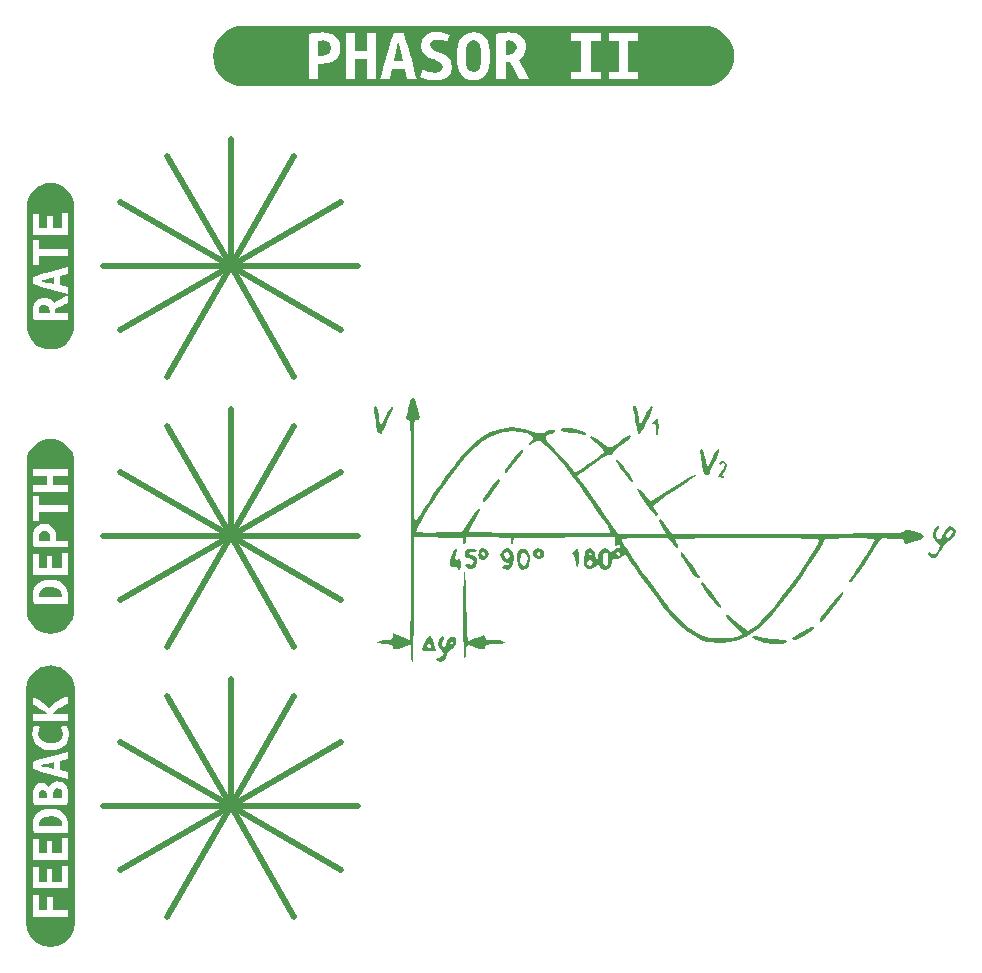
<source format=gto>
G04 #@! TF.GenerationSoftware,KiCad,Pcbnew,6.0.5+dfsg-1~bpo11+1*
G04 #@! TF.CreationDate,2022-10-16T01:22:10+00:00*
G04 #@! TF.ProjectId,phasor_II_front_panel,70686173-6f72-45f4-9949-5f66726f6e74,0*
G04 #@! TF.SameCoordinates,Original*
G04 #@! TF.FileFunction,Legend,Top*
G04 #@! TF.FilePolarity,Positive*
%FSLAX46Y46*%
G04 Gerber Fmt 4.6, Leading zero omitted, Abs format (unit mm)*
G04 Created by KiCad (PCBNEW 6.0.5+dfsg-1~bpo11+1) date 2022-10-16 01:22:10*
%MOMM*%
%LPD*%
G01*
G04 APERTURE LIST*
%ADD10C,0.500000*%
%ADD11C,0.800000*%
%ADD12C,6.400000*%
G04 APERTURE END LIST*
D10*
X129540000Y-99060000D02*
X134937500Y-89711256D01*
X129540000Y-99060000D02*
X124142500Y-89711256D01*
X129540000Y-99060000D02*
X138888744Y-104457500D01*
X129540000Y-76200000D02*
X124142500Y-66851256D01*
X129540000Y-76200000D02*
X120191256Y-70802500D01*
X129540000Y-99060000D02*
X120191256Y-93662500D01*
X129540000Y-99060000D02*
X134937500Y-108408744D01*
X129540000Y-99060000D02*
X118745000Y-99060000D01*
X129540000Y-76200000D02*
X129540000Y-65405000D01*
X129540000Y-99060000D02*
X140335000Y-99060000D01*
X129540000Y-76200000D02*
X118745000Y-76200000D01*
X129540000Y-99060000D02*
X138888744Y-93662500D01*
X129540000Y-121920000D02*
X118745000Y-121920000D01*
X129540000Y-76200000D02*
X134937500Y-66851256D01*
X129540000Y-76200000D02*
X124142500Y-85548744D01*
X129540000Y-99060000D02*
X124142500Y-108408744D01*
X129540000Y-121920000D02*
X120191256Y-127317500D01*
X129540000Y-121920000D02*
X124142500Y-131268744D01*
X129540000Y-76200000D02*
X134937500Y-85548744D01*
X129540000Y-121920000D02*
X124142500Y-112571256D01*
X129540000Y-121920000D02*
X120191256Y-116522500D01*
X129540000Y-76200000D02*
X140335000Y-76200000D01*
X129540000Y-99060000D02*
X120191256Y-104457500D01*
X129540000Y-121920000D02*
X140335000Y-121920000D01*
X129540000Y-76200000D02*
X138888744Y-81597500D01*
X129540000Y-99060000D02*
X129540000Y-88265000D01*
X129540000Y-121920000D02*
X129540000Y-111125000D01*
X129540000Y-121920000D02*
X138888744Y-127317500D01*
X129540000Y-76200000D02*
X138888744Y-70802500D01*
X129540000Y-121920000D02*
X134937500Y-112571256D01*
X129540000Y-121920000D02*
X138888744Y-116522500D01*
X129540000Y-76200000D02*
X120191256Y-81597500D01*
X129540000Y-121920000D02*
X134937500Y-131268744D01*
G36*
X112316516Y-92435449D02*
G01*
X112431599Y-92056071D01*
X112618484Y-91706435D01*
X112869988Y-91399976D01*
X113176447Y-91148472D01*
X113526083Y-90961588D01*
X113905461Y-90846505D01*
X114300000Y-90807646D01*
X114694539Y-90846505D01*
X115073917Y-90961588D01*
X115423553Y-91148472D01*
X115730012Y-91399976D01*
X115981516Y-91706435D01*
X116168401Y-92056071D01*
X116283484Y-92435449D01*
X116322343Y-92829988D01*
X116322343Y-105290011D01*
X116283484Y-105684551D01*
X116168401Y-106063928D01*
X115981517Y-106413565D01*
X115730012Y-106720023D01*
X115423553Y-106971528D01*
X115073917Y-107158412D01*
X114694539Y-107273495D01*
X114300000Y-107312354D01*
X113905461Y-107273495D01*
X113526083Y-107158412D01*
X113176447Y-106971528D01*
X112869988Y-106720023D01*
X112618483Y-106413565D01*
X112431599Y-106063928D01*
X112316516Y-105684551D01*
X112277657Y-105290011D01*
X112277657Y-104072531D01*
X112790287Y-104072531D01*
X112804575Y-104401143D01*
X112861725Y-104777381D01*
X115738275Y-104777381D01*
X115793044Y-104455912D01*
X115809713Y-104148731D01*
X115788877Y-103861195D01*
X115726369Y-103598662D01*
X115618617Y-103365895D01*
X115462050Y-103167656D01*
X115254286Y-103006326D01*
X114992944Y-102884287D01*
X114674452Y-102807492D01*
X114295237Y-102781893D01*
X113924358Y-102805111D01*
X113611819Y-102874762D01*
X113353453Y-102986086D01*
X113145094Y-103134318D01*
X112986145Y-103319461D01*
X112876012Y-103541512D01*
X112811719Y-103794520D01*
X112790287Y-104072531D01*
X112277657Y-104072531D01*
X112277657Y-102353268D01*
X112823625Y-102353268D01*
X115771613Y-102353268D01*
X115771613Y-100462556D01*
X115285838Y-100462556D01*
X115285838Y-101767481D01*
X114457163Y-101767481D01*
X114457163Y-100724493D01*
X113971387Y-100724493D01*
X113971387Y-101767481D01*
X113309400Y-101767481D01*
X113309400Y-100567331D01*
X112823625Y-100567331D01*
X112823625Y-102353268D01*
X112277657Y-102353268D01*
X112277657Y-99205256D01*
X112790287Y-99205256D01*
X112795050Y-99390993D01*
X112806956Y-99605306D01*
X112828387Y-99822000D01*
X112861725Y-100014881D01*
X115771613Y-100014881D01*
X115771613Y-99429093D01*
X114776250Y-99429093D01*
X114776250Y-99219543D01*
X114750056Y-98867383D01*
X114671475Y-98572902D01*
X114540506Y-98336100D01*
X114350800Y-98162798D01*
X114096006Y-98058816D01*
X113776125Y-98024156D01*
X113459419Y-98058552D01*
X113207800Y-98161739D01*
X113021269Y-98333718D01*
X112892946Y-98568139D01*
X112815952Y-98858652D01*
X112790287Y-99205256D01*
X112277657Y-99205256D01*
X112277657Y-97771743D01*
X112823625Y-97771743D01*
X113309400Y-97771743D01*
X113309400Y-96995456D01*
X115771613Y-96995456D01*
X115771613Y-96404906D01*
X113309400Y-96404906D01*
X113309400Y-95628618D01*
X112823625Y-95628618D01*
X112823625Y-97771743D01*
X112277657Y-97771743D01*
X112277657Y-93342618D01*
X112823625Y-93342618D01*
X112823625Y-93928406D01*
X113985675Y-93928406D01*
X113985675Y-94709456D01*
X112823625Y-94709456D01*
X112823625Y-95295243D01*
X115771613Y-95295243D01*
X115771613Y-94709456D01*
X114471450Y-94709456D01*
X114471450Y-93928406D01*
X115771613Y-93928406D01*
X115771613Y-93342618D01*
X112823625Y-93342618D01*
X112277657Y-93342618D01*
X112277657Y-92829988D01*
X112316516Y-92435449D01*
G37*
G36*
X114505383Y-103386136D02*
G01*
X114697669Y-103412925D01*
X115014375Y-103531987D01*
X115223925Y-103751062D01*
X115300125Y-104086818D01*
X115300125Y-104139206D01*
X115295363Y-104191593D01*
X113314162Y-104191593D01*
X113302256Y-104105868D01*
X113299875Y-104020143D01*
X113383219Y-103701056D01*
X113604675Y-103505793D01*
X113923762Y-103405781D01*
X114295237Y-103377206D01*
X114505383Y-103386136D01*
G37*
G36*
X114002939Y-98659950D02*
G01*
X114154744Y-98767106D01*
X114238683Y-98944509D01*
X114266662Y-99190968D01*
X114266662Y-99429093D01*
X113314162Y-99429093D01*
X113302256Y-99283837D01*
X113299875Y-99138581D01*
X113326664Y-98928436D01*
X113407031Y-98764725D01*
X113551692Y-98659354D01*
X113771362Y-98624231D01*
X114002939Y-98659950D01*
G37*
G36*
X114623850Y-77719237D02*
G01*
X114319050Y-77659706D01*
X114026156Y-77593031D01*
X113730881Y-77516831D01*
X113414175Y-77428725D01*
X113730881Y-77340618D01*
X114026156Y-77264418D01*
X114319050Y-77200125D01*
X114623850Y-77142975D01*
X114623850Y-77719237D01*
G37*
G36*
X114102356Y-79590900D02*
G01*
X114189867Y-79765922D01*
X114219037Y-80024287D01*
X114219037Y-80152875D01*
X113333212Y-80152875D01*
X113321306Y-80057625D01*
X113318925Y-79976662D01*
X113346309Y-79765922D01*
X113428462Y-79600425D01*
X113568956Y-79493268D01*
X113771362Y-79457550D01*
X114102356Y-79590900D01*
G37*
G36*
X112335200Y-70757884D02*
G01*
X112449199Y-70382080D01*
X112634323Y-70035737D01*
X112883458Y-69732166D01*
X113187030Y-69483030D01*
X113533373Y-69297906D01*
X113909177Y-69183908D01*
X114300000Y-69145415D01*
X114690823Y-69183908D01*
X115066627Y-69297906D01*
X115412970Y-69483030D01*
X115716542Y-69732166D01*
X115965677Y-70035737D01*
X116150801Y-70382080D01*
X116264800Y-70757884D01*
X116303293Y-71148707D01*
X116303293Y-81251292D01*
X116264800Y-81642115D01*
X116150801Y-82017919D01*
X115965677Y-82364262D01*
X115716542Y-82667834D01*
X115412970Y-82916969D01*
X115066627Y-83102094D01*
X114690823Y-83216092D01*
X114300000Y-83254585D01*
X113909177Y-83216092D01*
X113533373Y-83102094D01*
X113187030Y-82916969D01*
X112883458Y-82667834D01*
X112634323Y-82364262D01*
X112449199Y-82017919D01*
X112335200Y-81642115D01*
X112296707Y-81251292D01*
X112296707Y-79976662D01*
X112809337Y-79976662D01*
X112814100Y-80143350D01*
X112826006Y-80343375D01*
X112849819Y-80550543D01*
X112885537Y-80738662D01*
X115790663Y-80738662D01*
X115790663Y-80152875D01*
X114704813Y-80152875D01*
X114704813Y-79848075D01*
X114974489Y-79686745D01*
X115240594Y-79536131D01*
X115510270Y-79399804D01*
X115790663Y-79281337D01*
X115790663Y-78666975D01*
X115478719Y-78802706D01*
X115150106Y-78967012D01*
X114835781Y-79143225D01*
X114561938Y-79314675D01*
X114427397Y-79106315D01*
X114242850Y-78967012D01*
X114021394Y-78888431D01*
X113776125Y-78862237D01*
X113544548Y-78881882D01*
X113345119Y-78940818D01*
X113042700Y-79167037D01*
X112939116Y-79328962D01*
X112866487Y-79519462D01*
X112823625Y-79736156D01*
X112809337Y-79976662D01*
X112296707Y-79976662D01*
X112296707Y-77095350D01*
X112842675Y-77095350D01*
X112842675Y-77733525D01*
X113168757Y-77834430D01*
X113504067Y-77937122D01*
X113848604Y-78041599D01*
X114202369Y-78147862D01*
X114495263Y-78233397D01*
X114800539Y-78318550D01*
X115118198Y-78403323D01*
X115448239Y-78487714D01*
X115790663Y-78571725D01*
X115790663Y-77962125D01*
X115109625Y-77828775D01*
X115109625Y-77042962D01*
X115790663Y-76904850D01*
X115790663Y-76276200D01*
X115456430Y-76354781D01*
X115131914Y-76434315D01*
X114817112Y-76514801D01*
X114512027Y-76596240D01*
X114216656Y-76678631D01*
X113858427Y-76782364D01*
X113510020Y-76886395D01*
X113171436Y-76990723D01*
X112842675Y-77095350D01*
X112296707Y-77095350D01*
X112296707Y-76114275D01*
X112842675Y-76114275D01*
X113328450Y-76114275D01*
X113328450Y-75337987D01*
X115790663Y-75337987D01*
X115790663Y-74747437D01*
X113328450Y-74747437D01*
X113328450Y-73971150D01*
X112842675Y-73971150D01*
X112842675Y-76114275D01*
X112296707Y-76114275D01*
X112296707Y-73552050D01*
X112842675Y-73552050D01*
X115790663Y-73552050D01*
X115790663Y-71661337D01*
X115304887Y-71661337D01*
X115304887Y-72966262D01*
X114476213Y-72966262D01*
X114476213Y-71923275D01*
X113990437Y-71923275D01*
X113990437Y-72966262D01*
X113328450Y-72966262D01*
X113328450Y-71766112D01*
X112842675Y-71766112D01*
X112842675Y-73552050D01*
X112296707Y-73552050D01*
X112296707Y-71148707D01*
X112335200Y-70757884D01*
G37*
G36*
X159458384Y-100933311D02*
G01*
X159535517Y-100547900D01*
X159547827Y-100517126D01*
X159861838Y-100517126D01*
X159899870Y-100632910D01*
X160045279Y-100704139D01*
X160096460Y-100685768D01*
X160145499Y-100562241D01*
X160090351Y-100487736D01*
X159933708Y-100421000D01*
X159861838Y-100517126D01*
X159547827Y-100517126D01*
X159657536Y-100242872D01*
X159757844Y-100127672D01*
X160023445Y-100067845D01*
X160248832Y-100206075D01*
X160388179Y-100507459D01*
X160406052Y-100621383D01*
X160470099Y-100886527D01*
X160563495Y-100983287D01*
X160640735Y-100894928D01*
X160645335Y-100853752D01*
X161031286Y-100853752D01*
X161033506Y-101286812D01*
X161143591Y-101515182D01*
X161330428Y-101548758D01*
X161463506Y-101466238D01*
X161524266Y-101249102D01*
X161534679Y-100986707D01*
X161519335Y-100659663D01*
X161455663Y-100505266D01*
X161359459Y-100476706D01*
X162189804Y-100476706D01*
X162218730Y-100637846D01*
X162253181Y-100677599D01*
X162423718Y-100751817D01*
X162521139Y-100630548D01*
X162525046Y-100580504D01*
X162431781Y-100426034D01*
X162350275Y-100405734D01*
X162189804Y-100476706D01*
X161359459Y-100476706D01*
X161317204Y-100464162D01*
X161301652Y-100463990D01*
X161129290Y-100522814D01*
X161046089Y-100736674D01*
X161031286Y-100853752D01*
X160645335Y-100853752D01*
X160660826Y-100715076D01*
X160749058Y-100423937D01*
X160961205Y-100174964D01*
X161218448Y-100057304D01*
X161243395Y-100056192D01*
X161446091Y-100129023D01*
X161612890Y-100249021D01*
X161790436Y-100377897D01*
X161935147Y-100336979D01*
X162039037Y-100249021D01*
X162255854Y-100098965D01*
X162388578Y-100056192D01*
X162513393Y-99983054D01*
X162485446Y-99835291D01*
X162408532Y-99764908D01*
X162301167Y-99774146D01*
X162292019Y-99816288D01*
X162207440Y-99934937D01*
X162175505Y-99939679D01*
X162098601Y-99837228D01*
X162060037Y-99585200D01*
X162058991Y-99530445D01*
X162058991Y-99358329D01*
X162641560Y-99358329D01*
X162707656Y-99508542D01*
X162892412Y-99816938D01*
X163175532Y-100254635D01*
X163536720Y-100792753D01*
X163955677Y-101402411D01*
X164412108Y-102054728D01*
X164885716Y-102720822D01*
X165356204Y-103371814D01*
X165803276Y-103978822D01*
X166206634Y-104512965D01*
X166545981Y-104945362D01*
X166693905Y-105124541D01*
X167213703Y-105717810D01*
X167690537Y-106224333D01*
X168080182Y-106597433D01*
X168130845Y-106641093D01*
X168537691Y-106939167D01*
X169028794Y-107234207D01*
X169520373Y-107480726D01*
X169928646Y-107633232D01*
X169981927Y-107646148D01*
X170362443Y-107692419D01*
X170859831Y-107705288D01*
X171402097Y-107688526D01*
X171917244Y-107645903D01*
X172333278Y-107581190D01*
X172555758Y-107511345D01*
X172777660Y-107390981D01*
X172878919Y-107328663D01*
X172819472Y-107239178D01*
X172624244Y-107032208D01*
X172330444Y-106746400D01*
X172208964Y-106632812D01*
X171856925Y-106279388D01*
X171608073Y-105974366D01*
X171498730Y-105763174D01*
X171496606Y-105741907D01*
X171532251Y-105665929D01*
X171655005Y-105709136D01*
X171888596Y-105886878D01*
X172256749Y-106214506D01*
X172326386Y-106278769D01*
X172703726Y-106610012D01*
X173036602Y-106869532D01*
X173277453Y-107021814D01*
X173355154Y-107047018D01*
X173617543Y-106951312D01*
X173988334Y-106676176D01*
X174452101Y-106239583D01*
X174993417Y-105659505D01*
X175596854Y-104953915D01*
X176246984Y-104140786D01*
X176928381Y-103238091D01*
X177625617Y-102263803D01*
X178255742Y-101337844D01*
X178714067Y-100639252D01*
X179046474Y-100111950D01*
X179263325Y-99738203D01*
X179374982Y-99500280D01*
X179394447Y-99389147D01*
X179349515Y-99353953D01*
X179219970Y-99324295D01*
X178989097Y-99299750D01*
X178640182Y-99279897D01*
X178156509Y-99264313D01*
X177521365Y-99252577D01*
X176718035Y-99244267D01*
X175729805Y-99238960D01*
X174539959Y-99236234D01*
X173314436Y-99235636D01*
X172149680Y-99236837D01*
X171056522Y-99240049D01*
X170056890Y-99245061D01*
X169172715Y-99251664D01*
X168425924Y-99259649D01*
X167838447Y-99268807D01*
X167432213Y-99278928D01*
X167229149Y-99289803D01*
X167209989Y-99293880D01*
X167224934Y-99417035D01*
X167294451Y-99522652D01*
X167392292Y-99769848D01*
X167396199Y-99962394D01*
X167360333Y-100100352D01*
X167291486Y-100092589D01*
X167156031Y-99917933D01*
X167036252Y-99735779D01*
X166825759Y-99448774D01*
X166642684Y-99264902D01*
X166572438Y-99230172D01*
X166399462Y-99226226D01*
X166044736Y-99223757D01*
X165559529Y-99222721D01*
X164995114Y-99223075D01*
X164402761Y-99224773D01*
X163833742Y-99227773D01*
X163339327Y-99232028D01*
X163253257Y-99233035D01*
X162911446Y-99257492D01*
X162689427Y-99312205D01*
X162641560Y-99358329D01*
X162058991Y-99358329D01*
X162058991Y-99121211D01*
X153497463Y-99182339D01*
X153428139Y-99531880D01*
X153358816Y-99881422D01*
X153310509Y-99531880D01*
X153262202Y-99182339D01*
X151368853Y-99150324D01*
X149475505Y-99118310D01*
X149475505Y-99405604D01*
X149434662Y-99666658D01*
X149344714Y-99757008D01*
X149254527Y-99657599D01*
X149221279Y-99504727D01*
X149184220Y-99182339D01*
X145047982Y-99118705D01*
X145047982Y-104422770D01*
X145045439Y-105825148D01*
X145037871Y-107019690D01*
X145025373Y-108002130D01*
X145008038Y-108768201D01*
X144985960Y-109313636D01*
X144959233Y-109634169D01*
X144931468Y-109726835D01*
X144870583Y-109619829D01*
X144828897Y-109336367D01*
X144814954Y-108969495D01*
X144809289Y-108583753D01*
X144794468Y-108310969D01*
X144774598Y-108212156D01*
X144652744Y-108256871D01*
X144412370Y-108365278D01*
X144395929Y-108373076D01*
X144021043Y-108514898D01*
X143678945Y-108603191D01*
X143417867Y-108629748D01*
X143314109Y-108559593D01*
X143300275Y-108447830D01*
X143270022Y-108322153D01*
X143145060Y-108247999D01*
X142874092Y-108207106D01*
X142572064Y-108188587D01*
X142127598Y-108144049D01*
X141912667Y-108073653D01*
X141927370Y-107992314D01*
X142171810Y-107914948D01*
X142569849Y-107862614D01*
X142955727Y-107817743D01*
X143165933Y-107751532D01*
X143257783Y-107638446D01*
X143278641Y-107546855D01*
X143315263Y-107289353D01*
X143919466Y-107530044D01*
X144281151Y-107674191D01*
X144564462Y-107787220D01*
X144669312Y-107829140D01*
X144696689Y-107797603D01*
X144720631Y-107671167D01*
X144741338Y-107437172D01*
X144759009Y-107082962D01*
X144773842Y-106595878D01*
X144786037Y-105963263D01*
X144795792Y-105172458D01*
X144803308Y-104210805D01*
X144808782Y-103065647D01*
X144812415Y-101724325D01*
X144814404Y-100174182D01*
X144814940Y-98608730D01*
X145281009Y-98608730D01*
X145311656Y-98672347D01*
X145424162Y-98716759D01*
X145649379Y-98744186D01*
X146018157Y-98756846D01*
X146561347Y-98756957D01*
X147220772Y-98748230D01*
X149160534Y-98716284D01*
X149791185Y-97696789D01*
X150138221Y-97158778D01*
X150389583Y-96823977D01*
X150551550Y-96686052D01*
X150630402Y-96738672D01*
X150640642Y-96840156D01*
X150583127Y-97012964D01*
X150431076Y-97320906D01*
X150215236Y-97702632D01*
X150174587Y-97770160D01*
X149951964Y-98150978D01*
X149787209Y-98460193D01*
X149710619Y-98640293D01*
X149708532Y-98654854D01*
X149820613Y-98677065D01*
X150139125Y-98698469D01*
X150637472Y-98718837D01*
X151289059Y-98737938D01*
X152067289Y-98755543D01*
X152945567Y-98771422D01*
X153897298Y-98785345D01*
X154895884Y-98797081D01*
X155914732Y-98806402D01*
X156927244Y-98813078D01*
X157906826Y-98816878D01*
X158826880Y-98817572D01*
X159660813Y-98814931D01*
X160382027Y-98808725D01*
X160963927Y-98798723D01*
X161379917Y-98784697D01*
X161603402Y-98766416D01*
X161632858Y-98757921D01*
X161660766Y-98611610D01*
X161599644Y-98437533D01*
X161478283Y-98240050D01*
X161242945Y-97882576D01*
X160914281Y-97395321D01*
X160512942Y-96808496D01*
X160059579Y-96152312D01*
X159574843Y-95456979D01*
X159122298Y-94813434D01*
X158489123Y-93945344D01*
X157868733Y-93148086D01*
X157280961Y-92443831D01*
X156745641Y-91854752D01*
X156282606Y-91403019D01*
X155911688Y-91110805D01*
X155724814Y-91015379D01*
X155462656Y-91034408D01*
X155184544Y-91182823D01*
X154915845Y-91339271D01*
X154790225Y-91331752D01*
X154831551Y-91181977D01*
X154979714Y-90996501D01*
X155150212Y-90798670D01*
X155165854Y-90682733D01*
X155035066Y-90564327D01*
X155023715Y-90556010D01*
X154623071Y-90366464D01*
X154068740Y-90242571D01*
X153433287Y-90194202D01*
X152789275Y-90231223D01*
X152714348Y-90241952D01*
X152092554Y-90385752D01*
X151492893Y-90631604D01*
X150897471Y-90995542D01*
X150288391Y-91493605D01*
X149647759Y-92141827D01*
X148957680Y-92956245D01*
X148200256Y-93952896D01*
X147548274Y-94871330D01*
X147119218Y-95502785D01*
X146692631Y-96153658D01*
X146288443Y-96791095D01*
X145926584Y-97382247D01*
X145626983Y-97894260D01*
X145409568Y-98294283D01*
X145294270Y-98549464D01*
X145281009Y-98608730D01*
X144814940Y-98608730D01*
X144814954Y-98567568D01*
X144814865Y-96876518D01*
X144814345Y-95403354D01*
X144813015Y-94132935D01*
X144810499Y-93050121D01*
X144806419Y-92139769D01*
X144800395Y-91386740D01*
X144792051Y-90775891D01*
X144781008Y-90292082D01*
X144766889Y-89920172D01*
X144749315Y-89645019D01*
X144727909Y-89451482D01*
X144702292Y-89324421D01*
X144672087Y-89248694D01*
X144636915Y-89209160D01*
X144596399Y-89190678D01*
X144580778Y-89186352D01*
X144423944Y-89109792D01*
X144418143Y-88951739D01*
X144464264Y-88815637D01*
X144553243Y-88508213D01*
X144581927Y-88294947D01*
X144625589Y-88053818D01*
X144733658Y-87723653D01*
X144764667Y-87646373D01*
X144900364Y-87388519D01*
X145023875Y-87319491D01*
X145146842Y-87450192D01*
X145280905Y-87791522D01*
X145411408Y-88252060D01*
X145523498Y-88721095D01*
X145557720Y-89010260D01*
X145508151Y-89161329D01*
X145368870Y-89216073D01*
X145274133Y-89220412D01*
X145215629Y-89227570D01*
X145168191Y-89263768D01*
X145130659Y-89351097D01*
X145101876Y-89511644D01*
X145080682Y-89767499D01*
X145065918Y-90140751D01*
X145056427Y-90653489D01*
X145051048Y-91327801D01*
X145048623Y-92185778D01*
X145047994Y-93249507D01*
X145047982Y-93531422D01*
X145050677Y-94539055D01*
X145058381Y-95455800D01*
X145070525Y-96257829D01*
X145086537Y-96921319D01*
X145105847Y-97422443D01*
X145127885Y-97737376D01*
X145151217Y-97842431D01*
X145253655Y-97748785D01*
X145436942Y-97499249D01*
X145667488Y-97140923D01*
X145753612Y-96997706D01*
X145992868Y-96606741D01*
X146195103Y-96301594D01*
X146326740Y-96132054D01*
X146349459Y-96114143D01*
X146445645Y-95987928D01*
X146446147Y-95977791D01*
X146512910Y-95828022D01*
X146696777Y-95528456D01*
X146973115Y-95114263D01*
X147317290Y-94620612D01*
X147704669Y-94082672D01*
X148110618Y-93535611D01*
X148510503Y-93014600D01*
X148610989Y-92887052D01*
X149404062Y-91949897D01*
X150145932Y-91209891D01*
X150861995Y-90644101D01*
X151526994Y-90254190D01*
X152414353Y-89944532D01*
X153365865Y-89847060D01*
X154347065Y-89962829D01*
X154972992Y-90148688D01*
X155384959Y-90295621D01*
X155653248Y-90364624D01*
X155851802Y-90361090D01*
X156054565Y-90290411D01*
X156171211Y-90236073D01*
X156538219Y-90094664D01*
X156832794Y-90041480D01*
X157004758Y-90080158D01*
X157022198Y-90174369D01*
X156887909Y-90305243D01*
X156633819Y-90423041D01*
X156370926Y-90518736D01*
X156225182Y-90621318D01*
X156206040Y-90761817D01*
X156322951Y-90971265D01*
X156585365Y-91280693D01*
X157002735Y-91721132D01*
X157041375Y-91761169D01*
X157467299Y-92208761D01*
X157868449Y-92641864D01*
X158196994Y-93008160D01*
X158390822Y-93237152D01*
X158742378Y-93679730D01*
X159381189Y-93268939D01*
X159801234Y-92988904D01*
X160213626Y-92698122D01*
X160444637Y-92524830D01*
X160749057Y-92294073D01*
X161007380Y-92111878D01*
X161072635Y-92070392D01*
X161192182Y-91898048D01*
X161092399Y-91657378D01*
X160775601Y-91352000D01*
X160472267Y-91132459D01*
X160186500Y-90925659D01*
X160002089Y-90763333D01*
X159964305Y-90705963D01*
X160040410Y-90608778D01*
X160248952Y-90645513D01*
X160545322Y-90798574D01*
X160884910Y-91050370D01*
X160924457Y-91084633D01*
X161237156Y-91334280D01*
X161504670Y-91503418D01*
X161639616Y-91550688D01*
X161818827Y-91484868D01*
X162120808Y-91311094D01*
X162484714Y-91064894D01*
X162537536Y-91026376D01*
X162892210Y-90774710D01*
X163178285Y-90589043D01*
X163341847Y-90504018D01*
X163353460Y-90502064D01*
X163462552Y-90555957D01*
X163372246Y-90712948D01*
X163088503Y-90966003D01*
X162745388Y-91219485D01*
X162381104Y-91501208D01*
X162091177Y-91773513D01*
X161934480Y-91980636D01*
X161929701Y-91992089D01*
X161784633Y-92194252D01*
X161621974Y-92201180D01*
X161503701Y-92206302D01*
X161309461Y-92285285D01*
X161018534Y-92451109D01*
X160610198Y-92716753D01*
X160063735Y-93095199D01*
X159358423Y-93599426D01*
X159154544Y-93746876D01*
X158871657Y-93951830D01*
X159446868Y-94702864D01*
X159709368Y-95059093D01*
X160063138Y-95558276D01*
X160471951Y-96148315D01*
X160899578Y-96777110D01*
X161164181Y-97172477D01*
X162306281Y-98891055D01*
X164338141Y-98891055D01*
X164996976Y-98887767D01*
X165566675Y-98878646D01*
X166009886Y-98864806D01*
X166289256Y-98847359D01*
X166370000Y-98830482D01*
X166313103Y-98704496D01*
X166168883Y-98454308D01*
X166078716Y-98308486D01*
X165861147Y-97925311D01*
X165795330Y-97698595D01*
X165877181Y-97611541D01*
X165908758Y-97609403D01*
X166030696Y-97701025D01*
X166222315Y-97938446D01*
X166393813Y-98194521D01*
X166631222Y-98522500D01*
X166865191Y-98759578D01*
X167000698Y-98838276D01*
X167152269Y-98846887D01*
X167519164Y-98854359D01*
X168083683Y-98860643D01*
X168828125Y-98865692D01*
X169734791Y-98869458D01*
X170785979Y-98871895D01*
X171963990Y-98872955D01*
X173251123Y-98872590D01*
X174629676Y-98870753D01*
X176081951Y-98867396D01*
X176914496Y-98864855D01*
X178704326Y-98858267D01*
X180273519Y-98850975D01*
X181634464Y-98842751D01*
X182799553Y-98833367D01*
X183781175Y-98822594D01*
X184591719Y-98810204D01*
X185243577Y-98795969D01*
X185749137Y-98779660D01*
X186120790Y-98761049D01*
X186370926Y-98739907D01*
X186511934Y-98716007D01*
X186556206Y-98689119D01*
X186556009Y-98687156D01*
X186625072Y-98568923D01*
X186899643Y-98557063D01*
X187377929Y-98651511D01*
X187651540Y-98726465D01*
X188064019Y-98879779D01*
X188245263Y-99034328D01*
X188194860Y-99192468D01*
X187912398Y-99356554D01*
X187516972Y-99494315D01*
X187050706Y-99627914D01*
X186764457Y-99687773D01*
X186617314Y-99674258D01*
X186568361Y-99587733D01*
X186568955Y-99502752D01*
X186548239Y-99400441D01*
X186437139Y-99334974D01*
X186191851Y-99295307D01*
X185768569Y-99270395D01*
X185626121Y-99265048D01*
X184667105Y-99231244D01*
X184364024Y-99672846D01*
X184189425Y-99932428D01*
X183921056Y-100337666D01*
X183591816Y-100838624D01*
X183234603Y-101385363D01*
X183132822Y-101541743D01*
X182792990Y-102047385D01*
X182485068Y-102474266D01*
X182235833Y-102787555D01*
X182072061Y-102952425D01*
X182035516Y-102969036D01*
X181883672Y-102943835D01*
X181866330Y-102924057D01*
X181925793Y-102812520D01*
X182078832Y-102566425D01*
X182287427Y-102243521D01*
X182513559Y-101901562D01*
X182719206Y-101598300D01*
X182866348Y-101391487D01*
X182910597Y-101337844D01*
X183016680Y-101197023D01*
X183197633Y-100916309D01*
X183420723Y-100551230D01*
X183653214Y-100157315D01*
X183862374Y-99790091D01*
X184015468Y-99505088D01*
X184079762Y-99357832D01*
X184080092Y-99353971D01*
X183967260Y-99312412D01*
X183643270Y-99279230D01*
X183129880Y-99255600D01*
X182448848Y-99242699D01*
X181982844Y-99240596D01*
X181312892Y-99245770D01*
X180731485Y-99260143D01*
X180275387Y-99281991D01*
X179981362Y-99309592D01*
X179885597Y-99338901D01*
X179825809Y-99478824D01*
X179668637Y-99753685D01*
X179447361Y-100105476D01*
X179434344Y-100125368D01*
X179115242Y-100614579D01*
X178762888Y-101158576D01*
X178535054Y-101512614D01*
X177990253Y-102329901D01*
X177376310Y-103195619D01*
X176726798Y-104066541D01*
X176075290Y-104899441D01*
X175455360Y-105651090D01*
X174900580Y-106278262D01*
X174566010Y-106622959D01*
X174171325Y-106951084D01*
X173666226Y-107295500D01*
X173156148Y-107584680D01*
X173127798Y-107598658D01*
X172625168Y-107827128D01*
X172205172Y-107964372D01*
X171757732Y-108038399D01*
X171263578Y-108073027D01*
X170736048Y-108080231D01*
X170234651Y-108056058D01*
X169852726Y-108005641D01*
X169797081Y-107992373D01*
X169374684Y-107826426D01*
X168853761Y-107547078D01*
X168306541Y-107199503D01*
X167805253Y-106828871D01*
X167487995Y-106548272D01*
X167135260Y-106169327D01*
X166686648Y-105643935D01*
X166178546Y-105017505D01*
X165647340Y-104335444D01*
X165129417Y-103643161D01*
X164853331Y-103260321D01*
X164546886Y-102831688D01*
X164288946Y-102476529D01*
X164109783Y-102236174D01*
X164042552Y-102153440D01*
X163951783Y-102034766D01*
X163769236Y-101770933D01*
X163529651Y-101412473D01*
X163455476Y-101299581D01*
X163197260Y-100911951D01*
X163030665Y-100693935D01*
X162922349Y-100618458D01*
X162838969Y-100658447D01*
X162773927Y-100746140D01*
X162519452Y-100943995D01*
X162219550Y-100988302D01*
X161945625Y-101015652D01*
X161837608Y-101123525D01*
X161825964Y-101228990D01*
X161746712Y-101598887D01*
X161545747Y-101838026D01*
X161278253Y-101921897D01*
X160999412Y-101825994D01*
X160844575Y-101664847D01*
X160665570Y-101409281D01*
X160381826Y-101675844D01*
X160061330Y-101859882D01*
X159754299Y-101833752D01*
X159513263Y-101602984D01*
X159502322Y-101583266D01*
X159456541Y-101374731D01*
X159735017Y-101374731D01*
X159806392Y-101493195D01*
X159985080Y-101562387D01*
X160179493Y-101414509D01*
X160248890Y-101229523D01*
X160109050Y-101122451D01*
X159942324Y-101104816D01*
X159764742Y-101189752D01*
X159735017Y-101374731D01*
X159456541Y-101374731D01*
X159442023Y-101308601D01*
X159458384Y-100933311D01*
G37*
G36*
X165300904Y-88109121D02*
G01*
X165301957Y-88155238D01*
X165241613Y-88299055D01*
X165110528Y-88605484D01*
X164930653Y-89023339D01*
X164802325Y-89320376D01*
X164536020Y-89898990D01*
X164326522Y-90255555D01*
X164162590Y-90390894D01*
X164032986Y-90305827D01*
X163926467Y-90001178D01*
X163831795Y-89477767D01*
X163819567Y-89392237D01*
X163748617Y-88918481D01*
X163680726Y-88522188D01*
X163627437Y-88268987D01*
X163614674Y-88227099D01*
X163636817Y-88079842D01*
X163733755Y-88055275D01*
X163827970Y-88069681D01*
X163898910Y-88141225D01*
X163961858Y-88312395D01*
X164032095Y-88625680D01*
X164124903Y-89123566D01*
X164131869Y-89162156D01*
X164236947Y-89744724D01*
X164621739Y-88900000D01*
X164827649Y-88491566D01*
X165015851Y-88195405D01*
X165155221Y-88059154D01*
X165173663Y-88055275D01*
X165300904Y-88109121D01*
G37*
G36*
X147824429Y-108048499D02*
G01*
X147964653Y-107766110D01*
X148119667Y-107595583D01*
X148139119Y-107586100D01*
X148419415Y-107557813D01*
X148597267Y-107688384D01*
X148663155Y-107922973D01*
X148607559Y-108206742D01*
X148420957Y-108484849D01*
X148311539Y-108579253D01*
X148057679Y-108816020D01*
X147898590Y-109053599D01*
X147889960Y-109077925D01*
X147741104Y-109382425D01*
X147528522Y-109624687D01*
X147321142Y-109726753D01*
X147316209Y-109726835D01*
X147126276Y-109645513D01*
X147036181Y-109561059D01*
X146972628Y-109428335D01*
X147107195Y-109365148D01*
X147155657Y-109357160D01*
X147420537Y-109239227D01*
X147539734Y-109116404D01*
X147594866Y-108936944D01*
X147468753Y-108777350D01*
X147405991Y-108731127D01*
X147213584Y-108490496D01*
X147142408Y-108175874D01*
X147182857Y-107859769D01*
X147325320Y-107614691D01*
X147560190Y-107513146D01*
X147567400Y-107513073D01*
X147639976Y-107570640D01*
X147580603Y-107768360D01*
X147536304Y-107861130D01*
X147433256Y-108174345D01*
X147467777Y-108384742D01*
X147594755Y-108445183D01*
X147686815Y-108347133D01*
X147741515Y-108233298D01*
X148077340Y-108233298D01*
X148143912Y-108280265D01*
X148254926Y-108209819D01*
X148377067Y-108067346D01*
X148379192Y-108009115D01*
X148249827Y-108006621D01*
X148115317Y-108124193D01*
X148077340Y-108233298D01*
X147741515Y-108233298D01*
X147802915Y-108105520D01*
X147824429Y-108048499D01*
G37*
G36*
X157987171Y-89925179D02*
G01*
X158288910Y-89943560D01*
X158827251Y-90013091D01*
X159255526Y-90128643D01*
X159530733Y-90274941D01*
X159612202Y-90413577D01*
X159523252Y-90490435D01*
X159345517Y-90490246D01*
X159234663Y-90435229D01*
X159092864Y-90390728D01*
X158785449Y-90338366D01*
X158379957Y-90289586D01*
X157883169Y-90215645D01*
X157599870Y-90116028D01*
X157538227Y-90048387D01*
X157550616Y-89964270D01*
X157686753Y-89925087D01*
X157987171Y-89925179D01*
G37*
G36*
X152719405Y-100158525D02*
G01*
X152997498Y-100056233D01*
X153002614Y-100056192D01*
X153237200Y-100161685D01*
X153429503Y-100434120D01*
X153540479Y-100807438D01*
X153553486Y-100988302D01*
X153483793Y-101433303D01*
X153298067Y-101748011D01*
X153031337Y-101900872D01*
X152718634Y-101860331D01*
X152635578Y-101815141D01*
X152531011Y-101671074D01*
X152604646Y-101551625D01*
X152805945Y-101525907D01*
X152841370Y-101533703D01*
X153058560Y-101525157D01*
X153139415Y-101464508D01*
X153115602Y-101360932D01*
X152995852Y-101337844D01*
X152716369Y-101236682D01*
X152487373Y-100990949D01*
X152388476Y-100687277D01*
X152388349Y-100676773D01*
X152391222Y-100668524D01*
X152652451Y-100668524D01*
X152733792Y-100808594D01*
X152946709Y-100968118D01*
X153125243Y-100950141D01*
X153203809Y-100762610D01*
X153203945Y-100751618D01*
X153119949Y-100526141D01*
X152928792Y-100424254D01*
X152721721Y-100492258D01*
X152711694Y-100501838D01*
X152652451Y-100668524D01*
X152391222Y-100668524D01*
X152486194Y-100395844D01*
X152719405Y-100158525D01*
G37*
G36*
X153846761Y-100393562D02*
G01*
X153875683Y-100338978D01*
X154122756Y-100156949D01*
X154442458Y-100119992D01*
X154594066Y-100168401D01*
X154761499Y-100371946D01*
X154866856Y-100716225D01*
X154899581Y-101114714D01*
X154849119Y-101480886D01*
X154774670Y-101648855D01*
X154520117Y-101878832D01*
X154229800Y-101885661D01*
X153979343Y-101707339D01*
X153862800Y-101457740D01*
X153796579Y-101085928D01*
X153796075Y-101061356D01*
X154046441Y-101061356D01*
X154065231Y-101270995D01*
X154207311Y-101517831D01*
X154369083Y-101570871D01*
X154583623Y-101465754D01*
X154672935Y-101270995D01*
X154685229Y-100977410D01*
X154611102Y-100678609D01*
X154481218Y-100461909D01*
X154369083Y-100405734D01*
X154217889Y-100507686D01*
X154100120Y-100755333D01*
X154046441Y-101061356D01*
X153796075Y-101061356D01*
X153788594Y-100696376D01*
X153846761Y-100393562D01*
G37*
G36*
X174055133Y-107481264D02*
G01*
X174367944Y-107589683D01*
X174798380Y-107708987D01*
X175380683Y-107778999D01*
X175720230Y-107792077D01*
X176235275Y-107814879D01*
X176539139Y-107867349D01*
X176623211Y-107934705D01*
X176515285Y-108070002D01*
X176216505Y-108154126D01*
X175764371Y-108182350D01*
X175196380Y-108149944D01*
X175050275Y-108133036D01*
X174707874Y-108064100D01*
X174334928Y-107951497D01*
X173999854Y-107821075D01*
X173771066Y-107698679D01*
X173710367Y-107626827D01*
X173797245Y-107477067D01*
X174055133Y-107481264D01*
G37*
G36*
X170915156Y-91715478D02*
G01*
X170893020Y-91881150D01*
X170774496Y-92195481D01*
X170606862Y-92570183D01*
X170407648Y-93009411D01*
X170244258Y-93385619D01*
X170144177Y-93634993D01*
X170130159Y-93677064D01*
X169979756Y-93850311D01*
X169859675Y-93880963D01*
X169653153Y-93784215D01*
X169591774Y-93677064D01*
X169544602Y-93444401D01*
X169488838Y-93085505D01*
X169462996Y-92890596D01*
X169406654Y-92475450D01*
X169348581Y-92104058D01*
X169327431Y-91987614D01*
X169316020Y-91744836D01*
X169425171Y-91667505D01*
X169437830Y-91667201D01*
X169550083Y-91747639D01*
X169650550Y-92006475D01*
X169749145Y-92469998D01*
X169756428Y-92511926D01*
X169901524Y-93356651D01*
X170287726Y-92511926D01*
X170508481Y-92076026D01*
X170702087Y-91781999D01*
X170843483Y-91667538D01*
X170849298Y-91667201D01*
X170915156Y-91715478D01*
G37*
G36*
X148718166Y-100278426D02*
G01*
X148664569Y-100571873D01*
X148645042Y-100631325D01*
X148581962Y-100907571D01*
X148600534Y-101077826D01*
X148684010Y-101096589D01*
X148776422Y-100988302D01*
X148895600Y-100884919D01*
X148981263Y-100990299D01*
X149024984Y-101281529D01*
X149022867Y-101658257D01*
X148965583Y-101843410D01*
X148863001Y-101928781D01*
X148785048Y-101873043D01*
X148776422Y-101803899D01*
X148680164Y-101704220D01*
X148572523Y-101685601D01*
X148282244Y-101645433D01*
X148141933Y-101506923D01*
X148137571Y-101233346D01*
X148243673Y-100824125D01*
X148369738Y-100463168D01*
X148484328Y-100201932D01*
X148546120Y-100112765D01*
X148675662Y-100109554D01*
X148718166Y-100278426D01*
G37*
G36*
X168937501Y-93850572D02*
G01*
X168899143Y-93958420D01*
X168895230Y-93964818D01*
X168782463Y-94058276D01*
X168506924Y-94256950D01*
X168100839Y-94538469D01*
X167596433Y-94880467D01*
X167079588Y-95225093D01*
X166518327Y-95601654D01*
X166031206Y-95938273D01*
X165649147Y-96212772D01*
X165403072Y-96402978D01*
X165323364Y-96484536D01*
X165383940Y-96638648D01*
X165534100Y-96881534D01*
X165550961Y-96905486D01*
X165697844Y-97183341D01*
X165670353Y-97344696D01*
X165558328Y-97376376D01*
X165466207Y-97286589D01*
X165272169Y-97042905D01*
X165005753Y-96683835D01*
X164733022Y-96300314D01*
X164377986Y-95790984D01*
X164140252Y-95442416D01*
X164003975Y-95224132D01*
X163953309Y-95105650D01*
X163972412Y-95056492D01*
X164045436Y-95046175D01*
X164081033Y-95046101D01*
X164242883Y-95134648D01*
X164470856Y-95362473D01*
X164634806Y-95570412D01*
X164864356Y-95859924D01*
X165056831Y-96050344D01*
X165140607Y-96094724D01*
X165275127Y-96033478D01*
X165570311Y-95863287D01*
X165992936Y-95604475D01*
X166509781Y-95277364D01*
X167056121Y-94922957D01*
X167756131Y-94468948D01*
X168280080Y-94142099D01*
X168642163Y-93935017D01*
X168856571Y-93840306D01*
X168937501Y-93850572D01*
G37*
G36*
X162441883Y-92726396D02*
G01*
X162725391Y-93041621D01*
X162965942Y-93336684D01*
X163348761Y-93844867D01*
X163563626Y-94198792D01*
X163612876Y-94403270D01*
X163513499Y-94463532D01*
X163425336Y-94378735D01*
X163228315Y-94151698D01*
X162957498Y-93823452D01*
X162813446Y-93644320D01*
X162521332Y-93251584D01*
X162307823Y-92912465D01*
X162203666Y-92678022D01*
X162199541Y-92624825D01*
X162269964Y-92590588D01*
X162441883Y-92726396D01*
G37*
G36*
X169582748Y-103030658D02*
G01*
X169823922Y-103271321D01*
X170175359Y-103702436D01*
X170305059Y-103872018D01*
X170667814Y-104353593D01*
X170908385Y-104682515D01*
X171046060Y-104891298D01*
X171100128Y-105012457D01*
X171089878Y-105078506D01*
X171043395Y-105116603D01*
X170919818Y-105068901D01*
X170705701Y-104878269D01*
X170484127Y-104629470D01*
X169990048Y-104008995D01*
X169641923Y-103537763D01*
X169444891Y-103223050D01*
X169399358Y-103093324D01*
X169443879Y-102973607D01*
X169582748Y-103030658D01*
G37*
G36*
X150635566Y-100176930D02*
G01*
X150773119Y-100068951D01*
X151010160Y-100100843D01*
X151070709Y-100121018D01*
X151350467Y-100306813D01*
X151434581Y-100561573D01*
X151312912Y-100824579D01*
X151203916Y-100918795D01*
X150984694Y-101058398D01*
X150835227Y-101082507D01*
X150669771Y-101027651D01*
X150562352Y-100875597D01*
X150529592Y-100602529D01*
X150549328Y-100476706D01*
X150771456Y-100476706D01*
X150800382Y-100637846D01*
X150834832Y-100677599D01*
X151005369Y-100751817D01*
X151102790Y-100630548D01*
X151106697Y-100580504D01*
X151013432Y-100426034D01*
X150931927Y-100405734D01*
X150771456Y-100476706D01*
X150549328Y-100476706D01*
X150575553Y-100309513D01*
X150635566Y-100176930D01*
G37*
G36*
X165764908Y-89318996D02*
G01*
X165786981Y-89707789D01*
X165787431Y-89802981D01*
X165769743Y-90175353D01*
X165723536Y-90427807D01*
X165670918Y-90502064D01*
X165601228Y-90397970D01*
X165559595Y-90134791D01*
X165554404Y-89981409D01*
X165541839Y-89663393D01*
X165489123Y-89528413D01*
X165373719Y-89527144D01*
X165350505Y-89535110D01*
X165224202Y-89568121D01*
X165251616Y-89495291D01*
X165368563Y-89356683D01*
X165571377Y-89160148D01*
X165698266Y-89142018D01*
X165764908Y-89318996D01*
G37*
G36*
X167849048Y-100494455D02*
G01*
X168043270Y-100728658D01*
X168297680Y-101060399D01*
X168577395Y-101441738D01*
X168847530Y-101824731D01*
X169073199Y-102161437D01*
X169219519Y-102403913D01*
X169248696Y-102465535D01*
X169258120Y-102613037D01*
X169146437Y-102622602D01*
X168961550Y-102516724D01*
X168751360Y-102317897D01*
X168646109Y-102182568D01*
X168207569Y-101537353D01*
X167901665Y-101057614D01*
X167718773Y-100724268D01*
X167649266Y-100518229D01*
X167683519Y-100420414D01*
X167749900Y-100405734D01*
X167849048Y-100494455D01*
G37*
G36*
X158986836Y-100270844D02*
G01*
X159019373Y-100571158D01*
X159027049Y-100947024D01*
X159010614Y-101320452D01*
X158970817Y-101613453D01*
X158913119Y-101745642D01*
X158837342Y-101692373D01*
X158799203Y-101444064D01*
X158796606Y-101328436D01*
X158740794Y-100905963D01*
X158594253Y-100691258D01*
X158462160Y-100569621D01*
X158487712Y-100447918D01*
X158609825Y-100302491D01*
X158799762Y-100147248D01*
X158928691Y-100124073D01*
X158986836Y-100270844D01*
G37*
G36*
X171233453Y-92737215D02*
G01*
X171507108Y-92847452D01*
X171593012Y-93076212D01*
X171486004Y-93397231D01*
X171391398Y-93541049D01*
X171208255Y-93803065D01*
X171169794Y-93938051D01*
X171278094Y-94003279D01*
X171409220Y-94031763D01*
X171495012Y-94066681D01*
X171358326Y-94091541D01*
X171234450Y-94098123D01*
X170953676Y-94090344D01*
X170804753Y-94051175D01*
X170797523Y-94037603D01*
X170862108Y-93905100D01*
X171023454Y-93666957D01*
X171088808Y-93579322D01*
X171278411Y-93275241D01*
X171367603Y-93021218D01*
X171358747Y-92858271D01*
X171254203Y-92827420D01*
X171056333Y-92969683D01*
X171053853Y-92972156D01*
X170941766Y-93039247D01*
X170914037Y-92906160D01*
X170973851Y-92758273D01*
X171188400Y-92732665D01*
X171233453Y-92737215D01*
G37*
G36*
X178931803Y-106840755D02*
G01*
X178839924Y-106985206D01*
X178636213Y-107160532D01*
X178308714Y-107376300D01*
X177930643Y-107591609D01*
X177575217Y-107765559D01*
X177315651Y-107857250D01*
X177269273Y-107862614D01*
X177123228Y-107798423D01*
X177116514Y-107722613D01*
X177241724Y-107579717D01*
X177493063Y-107402108D01*
X177563150Y-107361658D01*
X177943003Y-107151381D01*
X178348509Y-106926303D01*
X178398743Y-106898367D01*
X178714345Y-106756476D01*
X178901499Y-106739136D01*
X178931803Y-106840755D01*
G37*
G36*
X155292743Y-100186091D02*
G01*
X155558989Y-100088495D01*
X155833985Y-100142383D01*
X156035394Y-100349336D01*
X156061618Y-100415455D01*
X156064372Y-100718344D01*
X155904067Y-100932542D01*
X155645626Y-101017573D01*
X155353974Y-100932964D01*
X155297211Y-100891994D01*
X155111275Y-100660316D01*
X155112055Y-100632259D01*
X155469029Y-100632259D01*
X155498550Y-100680767D01*
X155667683Y-100751645D01*
X155763866Y-100626937D01*
X155767248Y-100580504D01*
X155707982Y-100425397D01*
X155657610Y-100405734D01*
X155505465Y-100482826D01*
X155469029Y-100632259D01*
X155112055Y-100632259D01*
X155117581Y-100433589D01*
X155292743Y-100186091D01*
G37*
G36*
X149395050Y-102150829D02*
G01*
X149428985Y-102482141D01*
X149458022Y-103015267D01*
X149481389Y-103734614D01*
X149498316Y-104624587D01*
X149502633Y-104978899D01*
X149517593Y-105964704D01*
X149539325Y-106758686D01*
X149567336Y-107351132D01*
X149601135Y-107732333D01*
X149640231Y-107892579D01*
X149650275Y-107897096D01*
X149910748Y-107823687D01*
X150271252Y-107700897D01*
X150616931Y-107569480D01*
X150795439Y-107490751D01*
X150975657Y-107453617D01*
X151068907Y-107614314D01*
X151071184Y-107622882D01*
X151130176Y-107750608D01*
X151259608Y-107823060D01*
X151514006Y-107855356D01*
X151935883Y-107862614D01*
X152374783Y-107873190D01*
X152624368Y-107911165D01*
X152727651Y-107985914D01*
X152737890Y-108037385D01*
X152689925Y-108132341D01*
X152517459Y-108186687D01*
X152177632Y-108209608D01*
X151922294Y-108212156D01*
X151494120Y-108218217D01*
X151248858Y-108246143D01*
X151136505Y-108310542D01*
X151107057Y-108426025D01*
X151106697Y-108450463D01*
X151079451Y-108601501D01*
X150954837Y-108647393D01*
X150669771Y-108612156D01*
X150301189Y-108515281D01*
X149989018Y-108381992D01*
X149967397Y-108369006D01*
X149712084Y-108260133D01*
X149556899Y-108334627D01*
X149485282Y-108609015D01*
X149475505Y-108859858D01*
X149452074Y-109170152D01*
X149392874Y-109354844D01*
X149358991Y-109377293D01*
X149323088Y-109262020D01*
X149293485Y-108921006D01*
X149270410Y-108361458D01*
X149254092Y-107590583D01*
X149244760Y-106615589D01*
X149242477Y-105707110D01*
X149246056Y-104607736D01*
X149256572Y-103689345D01*
X149273692Y-102962582D01*
X149297084Y-102438093D01*
X149326417Y-102126525D01*
X149356990Y-102036926D01*
X149395050Y-102150829D01*
G37*
G36*
X143290637Y-88110396D02*
G01*
X143259651Y-88292702D01*
X143133862Y-88627607D01*
X142905429Y-89140528D01*
X142888661Y-89176715D01*
X142675314Y-89640247D01*
X142504301Y-90019151D01*
X142396001Y-90267812D01*
X142368165Y-90341852D01*
X142286569Y-90395404D01*
X142119347Y-90362217D01*
X141982847Y-90271774D01*
X141965885Y-90239908D01*
X141930032Y-90062666D01*
X141875227Y-89725926D01*
X141811735Y-89301380D01*
X141749820Y-88860717D01*
X141699747Y-88475629D01*
X141671781Y-88217807D01*
X141669083Y-88167029D01*
X141762921Y-88066528D01*
X141835470Y-88055275D01*
X141950878Y-88147231D01*
X142036042Y-88437224D01*
X142076944Y-88725229D01*
X142141433Y-89226355D01*
X142209084Y-89500431D01*
X142298452Y-89552923D01*
X142428095Y-89389300D01*
X142616566Y-89015030D01*
X142670061Y-88900000D01*
X142890224Y-88469192D01*
X143084421Y-88174688D01*
X143226245Y-88055992D01*
X143234662Y-88055275D01*
X143290637Y-88110396D01*
G37*
G36*
X150187733Y-100148982D02*
G01*
X150365922Y-100237332D01*
X150378486Y-100260091D01*
X150318396Y-100371011D01*
X150067783Y-100405734D01*
X149818194Y-100438641D01*
X149708745Y-100518229D01*
X149708532Y-100522247D01*
X149805009Y-100620189D01*
X149918257Y-100638761D01*
X150214325Y-100738451D01*
X150381363Y-101010467D01*
X150405831Y-101215504D01*
X150345471Y-101575886D01*
X150144338Y-101785265D01*
X149990237Y-101848099D01*
X149703829Y-101827815D01*
X149553056Y-101708705D01*
X149427600Y-101499307D01*
X149482687Y-101397004D01*
X149691005Y-101445327D01*
X149711617Y-101456008D01*
X149937423Y-101490171D01*
X150060106Y-101393652D01*
X150125524Y-101179640D01*
X150011508Y-100994915D01*
X149769096Y-100903168D01*
X149667960Y-100904318D01*
X149498181Y-100886953D01*
X149428329Y-100746009D01*
X149417248Y-100522247D01*
X149431929Y-100259242D01*
X149521215Y-100143760D01*
X149752969Y-100115158D01*
X149873593Y-100114449D01*
X150187733Y-100148982D01*
G37*
G36*
X152305736Y-94217800D02*
G01*
X152347102Y-94283198D01*
X152339090Y-94380343D01*
X152263917Y-94541041D01*
X152103799Y-94797096D01*
X151840955Y-95180313D01*
X151489524Y-95677586D01*
X151234240Y-95994141D01*
X151027822Y-96170973D01*
X150900200Y-96187520D01*
X150873670Y-96100692D01*
X150937024Y-95954725D01*
X151107431Y-95667831D01*
X151355410Y-95287922D01*
X151529800Y-95034360D01*
X151878751Y-94561304D01*
X152124809Y-94286659D01*
X152274791Y-94203252D01*
X152305736Y-94217800D01*
G37*
G36*
X181417207Y-103962316D02*
G01*
X181347721Y-104093122D01*
X181162582Y-104356204D01*
X180896039Y-104708880D01*
X180582343Y-105108471D01*
X180255742Y-105512295D01*
X179950487Y-105877671D01*
X179700827Y-106161919D01*
X179541011Y-106322358D01*
X179506927Y-106342843D01*
X179433846Y-106250651D01*
X179419542Y-106135218D01*
X179500077Y-105915352D01*
X179696425Y-105663671D01*
X179720895Y-105640034D01*
X179933682Y-105411742D01*
X180226016Y-105061305D01*
X180542042Y-104656229D01*
X180609364Y-104566263D01*
X180964376Y-104120219D01*
X181219571Y-103872215D01*
X181371529Y-103824807D01*
X181417207Y-103962316D01*
G37*
G36*
X146091310Y-107888990D02*
G01*
X146259620Y-107623545D01*
X146392562Y-107466117D01*
X146439389Y-107450639D01*
X146525991Y-107584650D01*
X146647910Y-107859216D01*
X146773810Y-108191602D01*
X146872353Y-108499072D01*
X146912202Y-108698891D01*
X146912202Y-108698966D01*
X146807381Y-108753598D01*
X146539379Y-108788269D01*
X146329633Y-108794724D01*
X145994623Y-108773015D01*
X145784735Y-108717234D01*
X145747064Y-108674337D01*
X145797744Y-108480295D01*
X145865703Y-108328669D01*
X146213119Y-108328669D01*
X146271274Y-108530935D01*
X146413453Y-108541825D01*
X146476957Y-108492049D01*
X146503839Y-108334742D01*
X146421948Y-108157303D01*
X146317168Y-108095642D01*
X146232595Y-108193337D01*
X146213119Y-108328669D01*
X145865703Y-108328669D01*
X145924922Y-108196543D01*
X146091310Y-107888990D01*
G37*
G36*
X190200509Y-98393770D02*
G01*
X190467321Y-98218347D01*
X190718952Y-98257588D01*
X190831968Y-98359607D01*
X190931499Y-98643420D01*
X190833410Y-98974696D01*
X190555137Y-99311161D01*
X190383207Y-99447768D01*
X190049489Y-99752929D01*
X189770893Y-100122313D01*
X189716294Y-100223599D01*
X189452591Y-100649170D01*
X189170327Y-100875406D01*
X188889692Y-100887860D01*
X188828028Y-100859266D01*
X188658415Y-100687646D01*
X188624129Y-100574715D01*
X188686986Y-100420545D01*
X188849260Y-100458415D01*
X188940215Y-100535398D01*
X189118741Y-100607710D01*
X189311760Y-100467396D01*
X189510956Y-100147618D01*
X189625146Y-99897939D01*
X189620532Y-99767732D01*
X189515879Y-99686380D01*
X189156692Y-99412014D01*
X189011222Y-99095850D01*
X189023778Y-98844415D01*
X189123206Y-98552046D01*
X189270779Y-98315258D01*
X189420208Y-98195646D01*
X189498846Y-98212255D01*
X189490206Y-98345250D01*
X189384651Y-98587297D01*
X189360795Y-98630143D01*
X189235337Y-98892098D01*
X189242757Y-99063934D01*
X189316387Y-99174116D01*
X189462922Y-99308557D01*
X189594520Y-99296236D01*
X189747332Y-99113939D01*
X189784056Y-99048765D01*
X190140387Y-99048765D01*
X190177770Y-99209912D01*
X190252635Y-99240596D01*
X190392121Y-99152695D01*
X190553963Y-98954435D01*
X190673101Y-98689294D01*
X190652952Y-98524928D01*
X190518409Y-98505576D01*
X190360268Y-98610238D01*
X190205906Y-98821422D01*
X190140387Y-99048765D01*
X189784056Y-99048765D01*
X189938575Y-98774541D01*
X190200509Y-98393770D01*
G37*
G36*
X154283827Y-91768368D02*
G01*
X154264131Y-91906244D01*
X154097913Y-92183960D01*
X153801902Y-92575068D01*
X153681070Y-92721550D01*
X153373464Y-93097694D01*
X153132999Y-93410360D01*
X152993008Y-93615225D01*
X152970918Y-93665893D01*
X152881739Y-93761692D01*
X152854404Y-93764449D01*
X152756615Y-93668396D01*
X152739958Y-93560550D01*
X152809881Y-93379546D01*
X152991783Y-93099317D01*
X153247407Y-92764271D01*
X153538500Y-92418816D01*
X153826806Y-92107360D01*
X154074071Y-91874310D01*
X154242039Y-91764074D01*
X154283827Y-91768368D01*
G37*
G36*
X150434675Y-57156350D02*
G01*
X150622000Y-57448450D01*
X150710900Y-57883425D01*
X150727568Y-58142981D01*
X150733125Y-58420000D01*
X150727568Y-58696225D01*
X150710900Y-58953400D01*
X150622000Y-59388375D01*
X150431500Y-59683650D01*
X150110825Y-59791600D01*
X149786975Y-59683650D01*
X149599650Y-59391550D01*
X149510750Y-58956575D01*
X149494081Y-58697019D01*
X149488525Y-58420000D01*
X149494081Y-58143775D01*
X149510750Y-57886600D01*
X149599650Y-57451625D01*
X149786975Y-57156350D01*
X150110825Y-57048400D01*
X150434675Y-57156350D01*
G37*
G36*
X129185671Y-60551622D02*
G01*
X128986906Y-60388500D01*
X136166225Y-60388500D01*
X136947275Y-60388500D01*
X139284075Y-60388500D01*
X140065125Y-60388500D01*
X140065125Y-58654950D01*
X141106525Y-58654950D01*
X141106525Y-60388500D01*
X141887575Y-60388500D01*
X142230475Y-60388500D01*
X143043275Y-60388500D01*
X143221075Y-59480450D01*
X144268825Y-59480450D01*
X144452975Y-60388500D01*
X145291175Y-60388500D01*
X145240415Y-60172600D01*
X145602325Y-60172600D01*
X146040475Y-60366275D01*
X146381787Y-60444856D01*
X146821525Y-60471050D01*
X147267083Y-60437536D01*
X147630091Y-60336994D01*
X147910550Y-60169425D01*
X148179631Y-59805094D01*
X148269325Y-59315350D01*
X148242337Y-59019281D01*
X148161375Y-58778775D01*
X147885150Y-58423175D01*
X147880035Y-58420000D01*
X148694775Y-58420000D01*
X148717595Y-58896845D01*
X148786056Y-59311381D01*
X148900157Y-59663608D01*
X149059900Y-59953525D01*
X149339652Y-60241039D01*
X149692077Y-60413547D01*
X150117175Y-60471050D01*
X150532041Y-60413547D01*
X150582443Y-60388500D01*
X152041225Y-60388500D01*
X152822275Y-60388500D01*
X152822275Y-58940700D01*
X153228675Y-58940700D01*
X153443781Y-59300269D01*
X153644600Y-59655075D01*
X153826368Y-60014644D01*
X153984325Y-60388500D01*
X154803475Y-60388500D01*
X158391225Y-60388500D01*
X160886775Y-60388500D01*
X161566225Y-60388500D01*
X164061775Y-60388500D01*
X164061775Y-59740800D01*
X163210875Y-59740800D01*
X163210875Y-57105550D01*
X164061775Y-57105550D01*
X164061775Y-56457850D01*
X161566225Y-56457850D01*
X161566225Y-57105550D01*
X162423475Y-57105550D01*
X162423475Y-59740800D01*
X161566225Y-59740800D01*
X161566225Y-60388500D01*
X160886775Y-60388500D01*
X160886775Y-59740800D01*
X160035875Y-59740800D01*
X160035875Y-57105550D01*
X160886775Y-57105550D01*
X160886775Y-56457850D01*
X158391225Y-56457850D01*
X158391225Y-57105550D01*
X159248475Y-57105550D01*
X159248475Y-59740800D01*
X158391225Y-59740800D01*
X158391225Y-60388500D01*
X154803475Y-60388500D01*
X154622500Y-59972575D01*
X154403425Y-59534425D01*
X154168475Y-59115325D01*
X153939875Y-58750200D01*
X154217687Y-58570813D01*
X154403425Y-58324750D01*
X154508200Y-58029475D01*
X154543125Y-57702450D01*
X154516931Y-57393681D01*
X154438350Y-57127775D01*
X154136725Y-56724550D01*
X153920825Y-56586437D01*
X153666825Y-56489600D01*
X153377900Y-56432450D01*
X153057225Y-56413400D01*
X152834975Y-56419750D01*
X152568275Y-56435625D01*
X152292050Y-56467375D01*
X152041225Y-56515000D01*
X152041225Y-60388500D01*
X150582443Y-60388500D01*
X150879175Y-60241039D01*
X151158575Y-59953525D01*
X151319706Y-59663608D01*
X151434800Y-59311381D01*
X151503856Y-58896845D01*
X151526875Y-58420000D01*
X151504253Y-57943155D01*
X151436387Y-57528619D01*
X151323278Y-57176392D01*
X151164925Y-56886475D01*
X150886936Y-56598961D01*
X150535569Y-56426453D01*
X150110825Y-56368950D01*
X149698780Y-56426453D01*
X149351647Y-56598961D01*
X149069425Y-56886475D01*
X148905515Y-57176392D01*
X148788437Y-57528619D01*
X148718190Y-57943155D01*
X148694775Y-58420000D01*
X147880035Y-58420000D01*
X147516850Y-58194575D01*
X147132675Y-58039000D01*
X146888200Y-57943750D01*
X146665950Y-57826275D01*
X146504025Y-57673875D01*
X146440525Y-57473850D01*
X146509669Y-57223378D01*
X146717102Y-57073094D01*
X147062825Y-57023000D01*
X147510500Y-57086500D01*
X147862925Y-57238900D01*
X148091525Y-56635650D01*
X147637500Y-56451500D01*
X147344606Y-56389587D01*
X147005675Y-56368950D01*
X146616561Y-56403522D01*
X146287419Y-56507239D01*
X146018250Y-56680100D01*
X145749168Y-57051575D01*
X145659475Y-57543700D01*
X145761075Y-58010425D01*
X146018250Y-58324750D01*
X146364325Y-58534300D01*
X146732625Y-58680350D01*
X146999325Y-58791475D01*
X147240625Y-58924825D01*
X147418425Y-59093100D01*
X147488275Y-59309000D01*
X147459700Y-59496325D01*
X147354925Y-59661425D01*
X147148550Y-59775725D01*
X146821525Y-59817000D01*
X146504818Y-59794775D01*
X146240500Y-59728100D01*
X145830925Y-59537600D01*
X145602325Y-60172600D01*
X145240415Y-60172600D01*
X145186400Y-59942857D01*
X145080355Y-59510168D01*
X144973040Y-59090433D01*
X144864455Y-58683652D01*
X144754600Y-58289825D01*
X144616289Y-57812186D01*
X144477581Y-57347644D01*
X144338476Y-56896198D01*
X144198975Y-56457850D01*
X143348075Y-56457850D01*
X143213534Y-56892627D01*
X143076612Y-57339706D01*
X142937309Y-57799089D01*
X142795625Y-58270775D01*
X142681579Y-58661300D01*
X142568041Y-59068335D01*
X142455011Y-59491880D01*
X142342489Y-59931935D01*
X142230475Y-60388500D01*
X141887575Y-60388500D01*
X141887575Y-56457850D01*
X141106525Y-56457850D01*
X141106525Y-58007250D01*
X140065125Y-58007250D01*
X140065125Y-56457850D01*
X139284075Y-56457850D01*
X139284075Y-60388500D01*
X136947275Y-60388500D01*
X136947275Y-59061350D01*
X137226675Y-59061350D01*
X137696222Y-59026425D01*
X138088863Y-58921650D01*
X138404600Y-58747025D01*
X138635669Y-58494083D01*
X138774311Y-58154358D01*
X138820525Y-57727850D01*
X138774663Y-57305575D01*
X138637080Y-56970083D01*
X138407775Y-56721375D01*
X138095213Y-56550278D01*
X137707863Y-56447619D01*
X137245725Y-56413400D01*
X136998075Y-56419750D01*
X136712325Y-56435625D01*
X136423400Y-56464200D01*
X136166225Y-56508650D01*
X136166225Y-60388500D01*
X128986906Y-60388500D01*
X128797179Y-60232795D01*
X128478353Y-59844304D01*
X128241444Y-59401078D01*
X128095556Y-58920149D01*
X128046295Y-58420000D01*
X128095556Y-57919851D01*
X128241444Y-57438922D01*
X128478353Y-56995696D01*
X128797179Y-56607205D01*
X129185671Y-56288378D01*
X129628897Y-56051469D01*
X130109826Y-55905580D01*
X130609975Y-55856320D01*
X169618025Y-55856320D01*
X170118174Y-55905580D01*
X170599103Y-56051468D01*
X171042329Y-56288378D01*
X171430820Y-56607204D01*
X171749647Y-56995696D01*
X171986556Y-57438922D01*
X172132444Y-57919851D01*
X172181705Y-58420000D01*
X172132444Y-58920149D01*
X171986556Y-59401078D01*
X171749647Y-59844304D01*
X171430820Y-60232796D01*
X171042329Y-60551622D01*
X170599103Y-60788532D01*
X170118174Y-60934420D01*
X169618025Y-60983680D01*
X130609975Y-60983680D01*
X130109826Y-60934420D01*
X129628897Y-60788531D01*
X129185671Y-60551622D01*
G37*
G36*
X153338212Y-57129362D02*
G01*
X153558875Y-57238900D01*
X153701750Y-57426225D01*
X153749375Y-57696100D01*
X153571575Y-58137425D01*
X153338212Y-58254106D01*
X152993725Y-58293000D01*
X152822275Y-58293000D01*
X152822275Y-57111900D01*
X152949275Y-57096025D01*
X153057225Y-57092850D01*
X153338212Y-57129362D01*
G37*
G36*
X137614818Y-57128569D02*
G01*
X137833100Y-57235725D01*
X137973593Y-57428606D01*
X138020425Y-57721500D01*
X137972800Y-58030269D01*
X137829925Y-58232675D01*
X137593387Y-58344594D01*
X137264775Y-58381900D01*
X136947275Y-58381900D01*
X136947275Y-57111900D01*
X137140950Y-57096025D01*
X137334625Y-57092850D01*
X137614818Y-57128569D01*
G37*
G36*
X143871950Y-57642125D02*
G01*
X143973550Y-58035825D01*
X144059275Y-58426350D01*
X144135475Y-58832750D01*
X143367125Y-58832750D01*
X143446500Y-58426350D01*
X143535400Y-58035825D01*
X143637000Y-57642125D01*
X143754475Y-57219850D01*
X143871950Y-57642125D01*
G37*
G36*
X114510145Y-122776654D02*
G01*
X114702431Y-122803443D01*
X115019138Y-122922506D01*
X115228688Y-123141581D01*
X115304887Y-123477337D01*
X115304887Y-123529725D01*
X115300125Y-123582112D01*
X113318925Y-123582112D01*
X113307019Y-123496387D01*
X113304637Y-123410662D01*
X113387981Y-123091575D01*
X113609437Y-122896312D01*
X113928525Y-122796300D01*
X114300000Y-122767725D01*
X114510145Y-122776654D01*
G37*
G36*
X114609563Y-118767225D02*
G01*
X114304763Y-118707693D01*
X114011869Y-118641018D01*
X113716594Y-118564818D01*
X113399887Y-118476712D01*
X113716594Y-118388606D01*
X114011869Y-118312406D01*
X114304763Y-118248112D01*
X114609563Y-118190962D01*
X114609563Y-118767225D01*
G37*
G36*
X116108748Y-132748213D02*
G01*
X116005276Y-132920846D01*
X115885381Y-133082506D01*
X115750218Y-133231635D01*
X115601088Y-133366798D01*
X115439429Y-133486693D01*
X115266796Y-133590165D01*
X115084852Y-133676218D01*
X114895350Y-133744023D01*
X114700114Y-133792927D01*
X114501025Y-133822459D01*
X114300000Y-133832335D01*
X114098975Y-133822459D01*
X113899886Y-133792927D01*
X113704650Y-133744023D01*
X113515148Y-133676218D01*
X113333204Y-133590165D01*
X113160571Y-133486693D01*
X112998912Y-133366798D01*
X112849782Y-133231635D01*
X112714619Y-133082506D01*
X112594724Y-132920846D01*
X112491252Y-132748213D01*
X112405199Y-132566270D01*
X112337394Y-132376767D01*
X112288490Y-132181532D01*
X112258958Y-131982442D01*
X112249082Y-131781417D01*
X112249082Y-131268787D01*
X112828387Y-131268787D01*
X115776375Y-131268787D01*
X115776375Y-130683000D01*
X114514313Y-130683000D01*
X114514313Y-129616200D01*
X114028537Y-129616200D01*
X114028537Y-130683000D01*
X113314162Y-130683000D01*
X113314162Y-129463800D01*
X112828387Y-129463800D01*
X112828387Y-131268787D01*
X112249082Y-131268787D01*
X112249082Y-128887537D01*
X112828387Y-128887537D01*
X115776375Y-128887537D01*
X115776375Y-126996825D01*
X115290600Y-126996825D01*
X115290600Y-128301750D01*
X114461925Y-128301750D01*
X114461925Y-127258762D01*
X113976150Y-127258762D01*
X113976150Y-128301750D01*
X113314162Y-128301750D01*
X113314162Y-127101600D01*
X112828387Y-127101600D01*
X112828387Y-128887537D01*
X112249082Y-128887537D01*
X112249082Y-126506287D01*
X112828387Y-126506287D01*
X115776375Y-126506287D01*
X115776375Y-124615575D01*
X115290600Y-124615575D01*
X115290600Y-125920500D01*
X114461925Y-125920500D01*
X114461925Y-124877512D01*
X113976150Y-124877512D01*
X113976150Y-125920500D01*
X113314162Y-125920500D01*
X113314162Y-124720350D01*
X112828387Y-124720350D01*
X112828387Y-126506287D01*
X112249082Y-126506287D01*
X112249082Y-123463050D01*
X112795050Y-123463050D01*
X112809337Y-123791662D01*
X112866487Y-124167900D01*
X115743038Y-124167900D01*
X115797806Y-123846431D01*
X115814475Y-123539250D01*
X115793639Y-123251714D01*
X115731131Y-122989181D01*
X115623380Y-122756414D01*
X115466813Y-122558175D01*
X115259048Y-122396845D01*
X114997706Y-122274806D01*
X114679214Y-122198011D01*
X114300000Y-122172412D01*
X113929120Y-122195629D01*
X113616581Y-122265281D01*
X113358216Y-122376604D01*
X113149856Y-122524837D01*
X112990908Y-122709979D01*
X112880775Y-122932031D01*
X112816481Y-123185039D01*
X112795050Y-123463050D01*
X112249082Y-123463050D01*
X112249082Y-121024650D01*
X112795050Y-121024650D01*
X112816481Y-121419937D01*
X112866487Y-121786650D01*
X115728750Y-121786650D01*
X115766255Y-121580672D01*
X115793044Y-121372312D01*
X115809117Y-121166334D01*
X115814475Y-120967500D01*
X115803164Y-120732351D01*
X115769231Y-120512681D01*
X115708509Y-120315037D01*
X115616831Y-120145968D01*
X115331081Y-119900700D01*
X115130461Y-119832834D01*
X114885788Y-119810212D01*
X114685763Y-119837001D01*
X114495263Y-119917368D01*
X114328575Y-120072745D01*
X114199987Y-120324562D01*
X113942812Y-120050718D01*
X113768981Y-119973923D01*
X113571337Y-119948325D01*
X113295113Y-119991187D01*
X113045081Y-120153112D01*
X112864106Y-120481725D01*
X112812314Y-120722231D01*
X112795050Y-121024650D01*
X112249082Y-121024650D01*
X112249082Y-118781512D01*
X112828387Y-118781512D01*
X113154470Y-118882418D01*
X113489780Y-118985109D01*
X113834317Y-119089586D01*
X114188081Y-119195850D01*
X114480975Y-119281384D01*
X114786251Y-119366538D01*
X115103910Y-119451310D01*
X115433951Y-119535702D01*
X115776375Y-119619712D01*
X115776375Y-119010112D01*
X115095338Y-118876762D01*
X115095338Y-118090950D01*
X115776375Y-117952837D01*
X115776375Y-117324187D01*
X115442143Y-117402768D01*
X115117626Y-117482302D01*
X114802825Y-117562788D01*
X114497739Y-117644227D01*
X114202369Y-117726618D01*
X113844139Y-117830352D01*
X113495733Y-117934382D01*
X113157149Y-118038711D01*
X112828387Y-118143337D01*
X112828387Y-118781512D01*
X112249082Y-118781512D01*
X112249082Y-115814475D01*
X112761712Y-115814475D01*
X112787311Y-116093676D01*
X112864106Y-116350256D01*
X112990312Y-116578856D01*
X113164144Y-116774118D01*
X113383814Y-116933067D01*
X113647537Y-117052725D01*
X113953528Y-117127734D01*
X114300000Y-117152737D01*
X114647960Y-117132199D01*
X114953653Y-117070584D01*
X115217079Y-116967893D01*
X115438238Y-116824125D01*
X115660488Y-116572241D01*
X115793838Y-116254741D01*
X115838288Y-115871625D01*
X115822214Y-115611473D01*
X115773994Y-115383468D01*
X115633500Y-115047712D01*
X115171538Y-115195350D01*
X115276313Y-115435856D01*
X115328700Y-115814475D01*
X115261430Y-116154398D01*
X115059619Y-116383593D01*
X114854038Y-116480166D01*
X114596069Y-116538110D01*
X114285712Y-116557425D01*
X114019012Y-116541351D01*
X113799938Y-116493131D01*
X113487994Y-116326443D01*
X113321306Y-116093081D01*
X113271300Y-115824000D01*
X113321306Y-115469193D01*
X113442750Y-115204875D01*
X112976025Y-115052475D01*
X112918875Y-115150106D01*
X112847437Y-115309650D01*
X112787906Y-115531106D01*
X112761712Y-115814475D01*
X112249082Y-115814475D01*
X112249082Y-114685762D01*
X112828387Y-114685762D01*
X115776375Y-114685762D01*
X115776375Y-114099975D01*
X114428588Y-114099975D01*
X114697669Y-113849943D01*
X114863166Y-113721951D01*
X115040569Y-113599912D01*
X115226306Y-113486207D01*
X115416806Y-113383218D01*
X115776375Y-113233200D01*
X115776375Y-112571212D01*
X115563848Y-112648603D01*
X115345369Y-112747425D01*
X115126294Y-112863511D01*
X114911981Y-112992693D01*
X114706598Y-113132592D01*
X114514313Y-113280825D01*
X114339291Y-113432034D01*
X114185700Y-113580862D01*
X114010678Y-113436201D01*
X113828512Y-113297493D01*
X113644561Y-113165929D01*
X113464181Y-113042700D01*
X113289159Y-112930186D01*
X113121281Y-112830768D01*
X112828387Y-112671225D01*
X112828387Y-113333212D01*
X113114137Y-113476087D01*
X113433225Y-113664206D01*
X113757075Y-113880900D01*
X114052350Y-114099975D01*
X112828387Y-114099975D01*
X112828387Y-114685762D01*
X112249082Y-114685762D01*
X112249082Y-112058582D01*
X112258958Y-111857557D01*
X112288490Y-111658468D01*
X112337394Y-111463232D01*
X112405199Y-111273730D01*
X112491252Y-111091786D01*
X112594724Y-110919153D01*
X112714619Y-110757494D01*
X112849782Y-110608365D01*
X112998912Y-110473202D01*
X113160571Y-110353307D01*
X113333204Y-110249835D01*
X113515148Y-110163782D01*
X113704650Y-110095977D01*
X113899886Y-110047073D01*
X114098975Y-110017541D01*
X114300000Y-110007665D01*
X114501025Y-110017541D01*
X114700114Y-110047073D01*
X114895350Y-110095977D01*
X115084852Y-110163782D01*
X115266796Y-110249835D01*
X115439429Y-110353307D01*
X115601088Y-110473202D01*
X115750218Y-110608365D01*
X115885381Y-110757494D01*
X116005276Y-110919153D01*
X116108748Y-111091786D01*
X116194801Y-111273730D01*
X116262606Y-111463232D01*
X116311510Y-111658468D01*
X116341042Y-111857557D01*
X116350918Y-112058582D01*
X116350918Y-131781417D01*
X116341042Y-131982442D01*
X116311510Y-132181532D01*
X116262606Y-132376767D01*
X116194801Y-132566270D01*
X116108748Y-132748213D01*
G37*
G36*
X115097719Y-120434100D02*
G01*
X115226306Y-120555543D01*
X115288219Y-120724612D01*
X115304887Y-120919875D01*
X115300125Y-121065131D01*
X115285838Y-121200862D01*
X114485738Y-121200862D01*
X114485738Y-120886537D01*
X114578606Y-120522206D01*
X114885788Y-120386475D01*
X115097719Y-120434100D01*
G37*
G36*
X113902331Y-120634125D02*
G01*
X113999962Y-120972262D01*
X113999962Y-121200862D01*
X113323687Y-121200862D01*
X113309400Y-121072275D01*
X113304637Y-120934162D01*
X113316544Y-120777000D01*
X113364169Y-120643650D01*
X113464181Y-120553162D01*
X113633250Y-120519825D01*
X113902331Y-120634125D01*
G37*
%LPC*%
D11*
X189911056Y-56722944D03*
X186516944Y-60117056D03*
X188214000Y-56020000D03*
X190614000Y-58420000D03*
D12*
X188214000Y-58420000D03*
D11*
X186516944Y-56722944D03*
X185814000Y-58420000D03*
X189911056Y-60117056D03*
X188214000Y-60820000D03*
X188214000Y-142380000D03*
X186516944Y-146477056D03*
X185814000Y-144780000D03*
X190614000Y-144780000D03*
X189911056Y-143082944D03*
X189911056Y-146477056D03*
X186516944Y-143082944D03*
D12*
X188214000Y-144780000D03*
D11*
X188214000Y-147180000D03*
X109614000Y-144780000D03*
X112014000Y-142380000D03*
X113711056Y-146477056D03*
X110316944Y-143082944D03*
X113711056Y-143082944D03*
X110316944Y-146477056D03*
D12*
X112014000Y-144780000D03*
D11*
X112014000Y-147180000D03*
X114414000Y-144780000D03*
X110316944Y-56722944D03*
X112014000Y-60820000D03*
X109614000Y-58420000D03*
X113711056Y-56722944D03*
D12*
X112014000Y-58420000D03*
D11*
X112014000Y-56020000D03*
X114414000Y-58420000D03*
X110316944Y-60117056D03*
X113711056Y-60117056D03*
M02*

</source>
